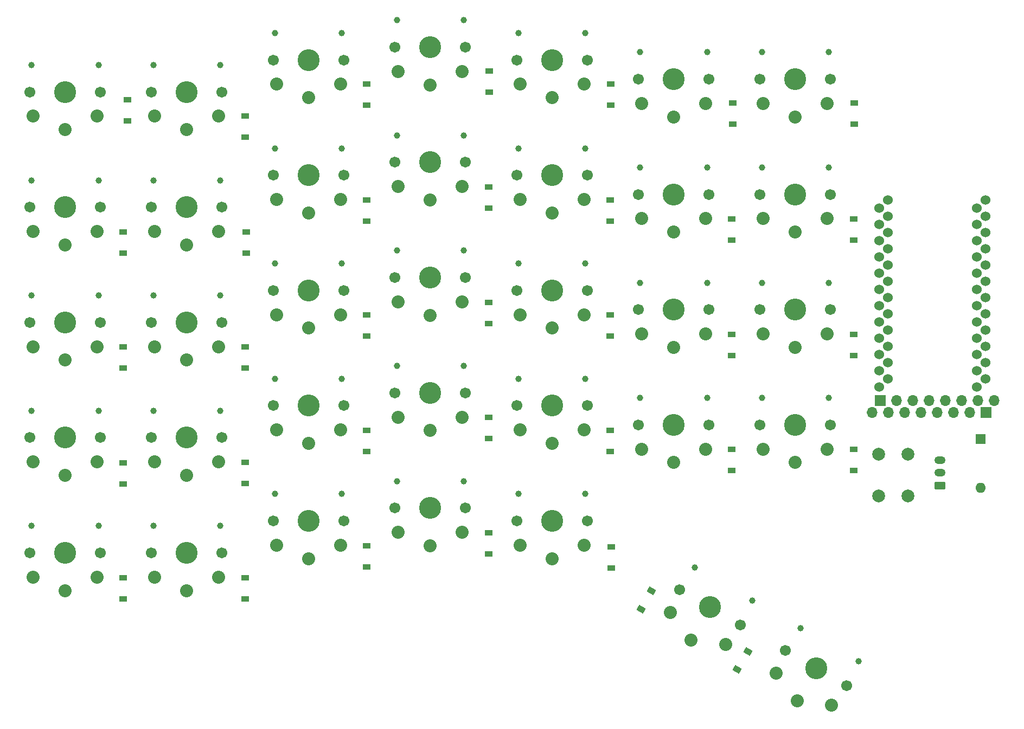
<source format=gbr>
G04 #@! TF.GenerationSoftware,KiCad,Pcbnew,(6.0.1-0)*
G04 #@! TF.CreationDate,2022-02-27T00:26:46+08:00*
G04 #@! TF.ProjectId,nut-kb,6e75742d-6b62-42e6-9b69-6361645f7063,rev?*
G04 #@! TF.SameCoordinates,Original*
G04 #@! TF.FileFunction,Soldermask,Bot*
G04 #@! TF.FilePolarity,Negative*
%FSLAX46Y46*%
G04 Gerber Fmt 4.6, Leading zero omitted, Abs format (unit mm)*
G04 Created by KiCad (PCBNEW (6.0.1-0)) date 2022-02-27 00:26:46*
%MOMM*%
%LPD*%
G01*
G04 APERTURE LIST*
G04 Aperture macros list*
%AMRoundRect*
0 Rectangle with rounded corners*
0 $1 Rounding radius*
0 $2 $3 $4 $5 $6 $7 $8 $9 X,Y pos of 4 corners*
0 Add a 4 corners polygon primitive as box body*
4,1,4,$2,$3,$4,$5,$6,$7,$8,$9,$2,$3,0*
0 Add four circle primitives for the rounded corners*
1,1,$1+$1,$2,$3*
1,1,$1+$1,$4,$5*
1,1,$1+$1,$6,$7*
1,1,$1+$1,$8,$9*
0 Add four rect primitives between the rounded corners*
20,1,$1+$1,$2,$3,$4,$5,0*
20,1,$1+$1,$4,$5,$6,$7,0*
20,1,$1+$1,$6,$7,$8,$9,0*
20,1,$1+$1,$8,$9,$2,$3,0*%
%AMRotRect*
0 Rectangle, with rotation*
0 The origin of the aperture is its center*
0 $1 length*
0 $2 width*
0 $3 Rotation angle, in degrees counterclockwise*
0 Add horizontal line*
21,1,$1,$2,0,0,$3*%
G04 Aperture macros list end*
%ADD10C,1.701800*%
%ADD11C,0.990600*%
%ADD12C,3.429000*%
%ADD13C,2.032000*%
%ADD14RoundRect,0.250000X0.625000X-0.350000X0.625000X0.350000X-0.625000X0.350000X-0.625000X-0.350000X0*%
%ADD15O,1.750000X1.200000*%
%ADD16R,1.600000X1.600000*%
%ADD17O,1.600000X1.600000*%
%ADD18C,1.524000*%
%ADD19R,1.700000X1.700000*%
%ADD20O,1.700000X1.700000*%
%ADD21C,2.000000*%
%ADD22R,1.200000X0.900000*%
%ADD23RotRect,0.900000X1.200000X60.000000*%
G04 APERTURE END LIST*
D10*
X167463140Y-228250000D03*
D11*
X169320653Y-224472693D03*
D12*
X162700000Y-225500000D03*
D11*
X160279347Y-219252693D03*
D10*
X157936860Y-222750000D03*
D13*
X159750000Y-230609550D03*
X165130127Y-231290897D03*
X156469873Y-226290897D03*
X139918873Y-216790897D03*
X148579127Y-221790897D03*
X143199000Y-221109550D03*
D11*
X152769653Y-214972693D03*
D12*
X146149000Y-216000000D03*
D10*
X150912140Y-218750000D03*
X141385860Y-213250000D03*
D11*
X143728347Y-209752693D03*
D10*
X115960000Y-166500000D03*
X126960000Y-166500000D03*
D11*
X126680000Y-162300000D03*
D12*
X121460000Y-166500000D03*
D11*
X116240000Y-162300000D03*
D13*
X121460000Y-172400000D03*
X116460000Y-170300000D03*
X126460000Y-170300000D03*
D11*
X40240000Y-149300000D03*
D10*
X50960000Y-153500000D03*
D12*
X45460000Y-153500000D03*
D11*
X50680000Y-149300000D03*
D10*
X39960000Y-153500000D03*
D13*
X45460000Y-159400000D03*
X40460000Y-157300000D03*
X50460000Y-157300000D03*
D11*
X59240000Y-185300000D03*
X69680000Y-185300000D03*
D12*
X64460000Y-189500000D03*
D10*
X69960000Y-189500000D03*
X58960000Y-189500000D03*
D13*
X64460000Y-195400000D03*
X59460000Y-193300000D03*
X69460000Y-193300000D03*
D11*
X59240000Y-149300000D03*
D12*
X64460000Y-153500000D03*
D10*
X58960000Y-153500000D03*
D11*
X69680000Y-149300000D03*
D10*
X69960000Y-153500000D03*
D13*
X64460000Y-159400000D03*
X59460000Y-157300000D03*
X69460000Y-157300000D03*
D10*
X107960000Y-146500000D03*
D11*
X97240000Y-142300000D03*
X107680000Y-142300000D03*
D12*
X102460000Y-146500000D03*
D10*
X96960000Y-146500000D03*
D13*
X102460000Y-152400000D03*
X107460000Y-150300000D03*
X97460000Y-150300000D03*
D12*
X121460000Y-130500000D03*
D10*
X126960000Y-130500000D03*
D11*
X116240000Y-126300000D03*
X126680000Y-126300000D03*
D10*
X115960000Y-130500000D03*
D13*
X121460000Y-136400000D03*
X116460000Y-134300000D03*
X126460000Y-134300000D03*
D12*
X45460000Y-135500000D03*
D11*
X50680000Y-131300000D03*
D10*
X39960000Y-135500000D03*
X50960000Y-135500000D03*
D11*
X40240000Y-131300000D03*
D13*
X45460000Y-141400000D03*
X40460000Y-139300000D03*
X50460000Y-139300000D03*
D11*
X78240000Y-198300000D03*
D12*
X83460000Y-202500000D03*
D11*
X88680000Y-198300000D03*
D10*
X88960000Y-202500000D03*
X77960000Y-202500000D03*
D13*
X83460000Y-208400000D03*
X78460000Y-206300000D03*
X88460000Y-206300000D03*
D12*
X102460000Y-182500000D03*
D11*
X97240000Y-178300000D03*
D10*
X96960000Y-182500000D03*
X107960000Y-182500000D03*
D11*
X107680000Y-178300000D03*
D13*
X102460000Y-188400000D03*
X107460000Y-186300000D03*
X97460000Y-186300000D03*
D11*
X126680000Y-198300000D03*
D10*
X126960000Y-202500000D03*
X115960000Y-202500000D03*
D12*
X121460000Y-202500000D03*
D11*
X116240000Y-198300000D03*
D13*
X121460000Y-208400000D03*
X126460000Y-206300000D03*
X116460000Y-206300000D03*
D10*
X164960000Y-169500000D03*
D11*
X164680000Y-165300000D03*
D12*
X159460000Y-169500000D03*
D10*
X153960000Y-169500000D03*
D11*
X154240000Y-165300000D03*
D13*
X159460000Y-175400000D03*
X164460000Y-173300000D03*
X154460000Y-173300000D03*
D11*
X154240000Y-129300000D03*
D10*
X164960000Y-133500000D03*
D11*
X164680000Y-129300000D03*
D12*
X159460000Y-133500000D03*
D10*
X153960000Y-133500000D03*
D13*
X159460000Y-139400000D03*
X154460000Y-137300000D03*
X164460000Y-137300000D03*
D11*
X69680000Y-167300000D03*
D10*
X58960000Y-171500000D03*
D12*
X64460000Y-171500000D03*
D11*
X59240000Y-167300000D03*
D10*
X69960000Y-171500000D03*
D13*
X64460000Y-177400000D03*
X59460000Y-175300000D03*
X69460000Y-175300000D03*
D10*
X58960000Y-135500000D03*
D12*
X64460000Y-135500000D03*
D10*
X69960000Y-135500000D03*
D11*
X59240000Y-131300000D03*
X69680000Y-131300000D03*
D13*
X64460000Y-141400000D03*
X69460000Y-139300000D03*
X59460000Y-139300000D03*
D10*
X96960000Y-128500000D03*
X107960000Y-128500000D03*
D11*
X97240000Y-124300000D03*
X107680000Y-124300000D03*
D12*
X102460000Y-128500000D03*
D13*
X102460000Y-134400000D03*
X97460000Y-132300000D03*
X107460000Y-132300000D03*
D10*
X77960000Y-184500000D03*
D12*
X83460000Y-184500000D03*
D11*
X78240000Y-180300000D03*
X88680000Y-180300000D03*
D10*
X88960000Y-184500000D03*
D13*
X83460000Y-190400000D03*
X78460000Y-188300000D03*
X88460000Y-188300000D03*
D12*
X102460000Y-164500000D03*
D11*
X97240000Y-160300000D03*
X107680000Y-160300000D03*
D10*
X96960000Y-164500000D03*
X107960000Y-164500000D03*
D13*
X102460000Y-170400000D03*
X107460000Y-168300000D03*
X97460000Y-168300000D03*
D14*
X182000000Y-197000000D03*
D15*
X182000000Y-195000000D03*
X182000000Y-193000000D03*
D12*
X121460000Y-184500000D03*
D10*
X115960000Y-184500000D03*
X126960000Y-184500000D03*
D11*
X126680000Y-180300000D03*
X116240000Y-180300000D03*
D13*
X121460000Y-190400000D03*
X126460000Y-188300000D03*
X116460000Y-188300000D03*
D12*
X83460000Y-130500000D03*
D10*
X77960000Y-130500000D03*
D11*
X88680000Y-126300000D03*
D10*
X88960000Y-130500000D03*
D11*
X78240000Y-126300000D03*
D13*
X83460000Y-136400000D03*
X78460000Y-134300000D03*
X88460000Y-134300000D03*
D10*
X134960000Y-151500000D03*
D11*
X145680000Y-147300000D03*
X135240000Y-147300000D03*
D12*
X140460000Y-151500000D03*
D10*
X145960000Y-151500000D03*
D13*
X140460000Y-157400000D03*
X135460000Y-155300000D03*
X145460000Y-155300000D03*
D10*
X134960000Y-187500000D03*
X145960000Y-187500000D03*
D11*
X145680000Y-183300000D03*
D12*
X140460000Y-187500000D03*
D11*
X135240000Y-183300000D03*
D13*
X140460000Y-193400000D03*
X135460000Y-191300000D03*
X145460000Y-191300000D03*
D10*
X164960000Y-187500000D03*
X153960000Y-187500000D03*
D11*
X164680000Y-183300000D03*
X154240000Y-183300000D03*
D12*
X159460000Y-187500000D03*
D13*
X159460000Y-193400000D03*
X164460000Y-191300000D03*
X154460000Y-191300000D03*
D10*
X50960000Y-207500000D03*
D11*
X40240000Y-203300000D03*
D10*
X39960000Y-207500000D03*
D11*
X50680000Y-203300000D03*
D12*
X45460000Y-207500000D03*
D13*
X45460000Y-213400000D03*
X40460000Y-211300000D03*
X50460000Y-211300000D03*
D12*
X83460000Y-166500000D03*
D11*
X88680000Y-162300000D03*
D10*
X88960000Y-166500000D03*
X77960000Y-166500000D03*
D11*
X78240000Y-162300000D03*
D13*
X83460000Y-172400000D03*
X78460000Y-170300000D03*
X88460000Y-170300000D03*
D11*
X78240000Y-144300000D03*
D10*
X77960000Y-148500000D03*
D12*
X83460000Y-148500000D03*
D11*
X88680000Y-144300000D03*
D10*
X88960000Y-148500000D03*
D13*
X83460000Y-154400000D03*
X78460000Y-152300000D03*
X88460000Y-152300000D03*
D16*
X188400000Y-189700000D03*
D17*
X188400000Y-197320000D03*
D11*
X164680000Y-147300000D03*
D10*
X164960000Y-151500000D03*
D11*
X154240000Y-147300000D03*
D10*
X153960000Y-151500000D03*
D12*
X159460000Y-151500000D03*
D13*
X159460000Y-157400000D03*
X154460000Y-155300000D03*
X164460000Y-155300000D03*
D18*
X187810000Y-153692000D03*
X173896400Y-152422000D03*
X187810000Y-156232000D03*
X173896400Y-154962000D03*
X173896400Y-157502000D03*
X187810000Y-158772000D03*
X187810000Y-161312000D03*
X173896400Y-160042000D03*
X187810000Y-163852000D03*
X173896400Y-162582000D03*
X187810000Y-166392000D03*
X173896400Y-165122000D03*
X173896400Y-167662000D03*
X187810000Y-168932000D03*
X173896400Y-170202000D03*
X187810000Y-171472000D03*
X187810000Y-174012000D03*
X173896400Y-172742000D03*
X187810000Y-176552000D03*
X173896400Y-175282000D03*
X187810000Y-179092000D03*
X173896400Y-177822000D03*
X173896400Y-180362000D03*
X187810000Y-181632000D03*
X172570000Y-181632000D03*
X189116400Y-180362000D03*
X172570000Y-179092000D03*
X189116400Y-177822000D03*
X189116400Y-175282000D03*
X172570000Y-176552000D03*
X189116400Y-172742000D03*
X172570000Y-174012000D03*
X172570000Y-171472000D03*
X189116400Y-170202000D03*
X189116400Y-167662000D03*
X172570000Y-168932000D03*
X189116400Y-165122000D03*
X172570000Y-166392000D03*
X172570000Y-163852000D03*
X189116400Y-162582000D03*
X172570000Y-161312000D03*
X189116400Y-160042000D03*
X172570000Y-158772000D03*
X189116400Y-157502000D03*
X189116400Y-154962000D03*
X172570000Y-156232000D03*
X189116400Y-152422000D03*
X172570000Y-153692000D03*
D10*
X96960000Y-200500000D03*
D11*
X97240000Y-196300000D03*
D10*
X107960000Y-200500000D03*
D12*
X102460000Y-200500000D03*
D11*
X107680000Y-196300000D03*
D13*
X102460000Y-206400000D03*
X97460000Y-204300000D03*
X107460000Y-204300000D03*
D19*
X172700000Y-183700000D03*
D20*
X175240000Y-183700000D03*
X177780000Y-183700000D03*
X180320000Y-183700000D03*
X182860000Y-183700000D03*
X185400000Y-183700000D03*
X187940000Y-183700000D03*
X190480000Y-183700000D03*
D11*
X126680000Y-144300000D03*
D12*
X121460000Y-148500000D03*
D10*
X126960000Y-148500000D03*
D11*
X116240000Y-144300000D03*
D10*
X115960000Y-148500000D03*
D13*
X121460000Y-154400000D03*
X116460000Y-152300000D03*
X126460000Y-152300000D03*
D12*
X140460000Y-169500000D03*
D11*
X135240000Y-165300000D03*
D10*
X145960000Y-169500000D03*
D11*
X145680000Y-165300000D03*
D10*
X134960000Y-169500000D03*
D13*
X140460000Y-175400000D03*
X145460000Y-173300000D03*
X135460000Y-173300000D03*
D21*
X177000000Y-192100000D03*
X177000000Y-198600000D03*
X172500000Y-192100000D03*
X172500000Y-198600000D03*
D10*
X50960000Y-171500000D03*
D12*
X45460000Y-171500000D03*
D10*
X39960000Y-171500000D03*
D11*
X40240000Y-167300000D03*
X50680000Y-167300000D03*
D13*
X45460000Y-177400000D03*
X50460000Y-175300000D03*
X40460000Y-175300000D03*
D12*
X64460000Y-207500000D03*
D10*
X69960000Y-207500000D03*
X58960000Y-207500000D03*
D11*
X59240000Y-203300000D03*
X69680000Y-203300000D03*
D13*
X64460000Y-213400000D03*
X59460000Y-211300000D03*
X69460000Y-211300000D03*
D10*
X134960000Y-133500000D03*
D11*
X135240000Y-129300000D03*
D10*
X145960000Y-133500000D03*
D11*
X145680000Y-129300000D03*
D12*
X140460000Y-133500000D03*
D13*
X140460000Y-139400000D03*
X135460000Y-137300000D03*
X145460000Y-137300000D03*
D10*
X50960000Y-189500000D03*
D12*
X45460000Y-189500000D03*
D11*
X40240000Y-185300000D03*
D10*
X39960000Y-189500000D03*
D11*
X50680000Y-185300000D03*
D13*
X45460000Y-195400000D03*
X40460000Y-193300000D03*
X50460000Y-193300000D03*
D22*
X149649000Y-140560000D03*
X149649000Y-137260000D03*
X149549000Y-176660000D03*
X149549000Y-173360000D03*
X54549000Y-196710000D03*
X54549000Y-193410000D03*
X54549000Y-214660000D03*
X54549000Y-211360000D03*
X111549000Y-207660000D03*
X111549000Y-204360000D03*
X130549000Y-191660000D03*
X130549000Y-188360000D03*
X73549000Y-214660000D03*
X73549000Y-211360000D03*
X168649000Y-137260000D03*
X168649000Y-140560000D03*
X73549000Y-142560000D03*
X73549000Y-139260000D03*
D19*
X189200000Y-185600000D03*
D20*
X186660000Y-185600000D03*
X184120000Y-185600000D03*
X181580000Y-185600000D03*
X179040000Y-185600000D03*
X176500000Y-185600000D03*
X173960000Y-185600000D03*
X171420000Y-185600000D03*
D22*
X130549000Y-155660000D03*
X130549000Y-152360000D03*
X92549000Y-173660000D03*
X92549000Y-170360000D03*
X149549000Y-194660000D03*
X149549000Y-191360000D03*
X149549000Y-158660000D03*
X149549000Y-155360000D03*
X130649000Y-137560000D03*
X130649000Y-134260000D03*
X73549000Y-196660000D03*
X73549000Y-193360000D03*
X111549000Y-171660000D03*
X111549000Y-168360000D03*
X54549000Y-160660000D03*
X54549000Y-157360000D03*
X130749000Y-209860000D03*
X130749000Y-206560000D03*
X92549000Y-191660000D03*
X92549000Y-188360000D03*
X55200000Y-140050000D03*
X55200000Y-136750000D03*
X73749000Y-160660000D03*
X73749000Y-157360000D03*
D23*
X150375000Y-225728942D03*
X152025000Y-222871058D03*
X135375000Y-216328942D03*
X137025000Y-213471058D03*
D22*
X92549000Y-137560000D03*
X92549000Y-134260000D03*
X54549000Y-178660000D03*
X54549000Y-175360000D03*
X111649000Y-135560000D03*
X111649000Y-132260000D03*
X73549000Y-178660000D03*
X73549000Y-175360000D03*
X130549000Y-173660000D03*
X130549000Y-170360000D03*
X168549000Y-176660000D03*
X168549000Y-173360000D03*
X168549000Y-194660000D03*
X168549000Y-191360000D03*
X168549000Y-158660000D03*
X168549000Y-155360000D03*
X111549000Y-189660000D03*
X111549000Y-186360000D03*
X92549000Y-155660000D03*
X92549000Y-152360000D03*
X92549000Y-209710000D03*
X92549000Y-206410000D03*
X111549000Y-153660000D03*
X111549000Y-150360000D03*
M02*

</source>
